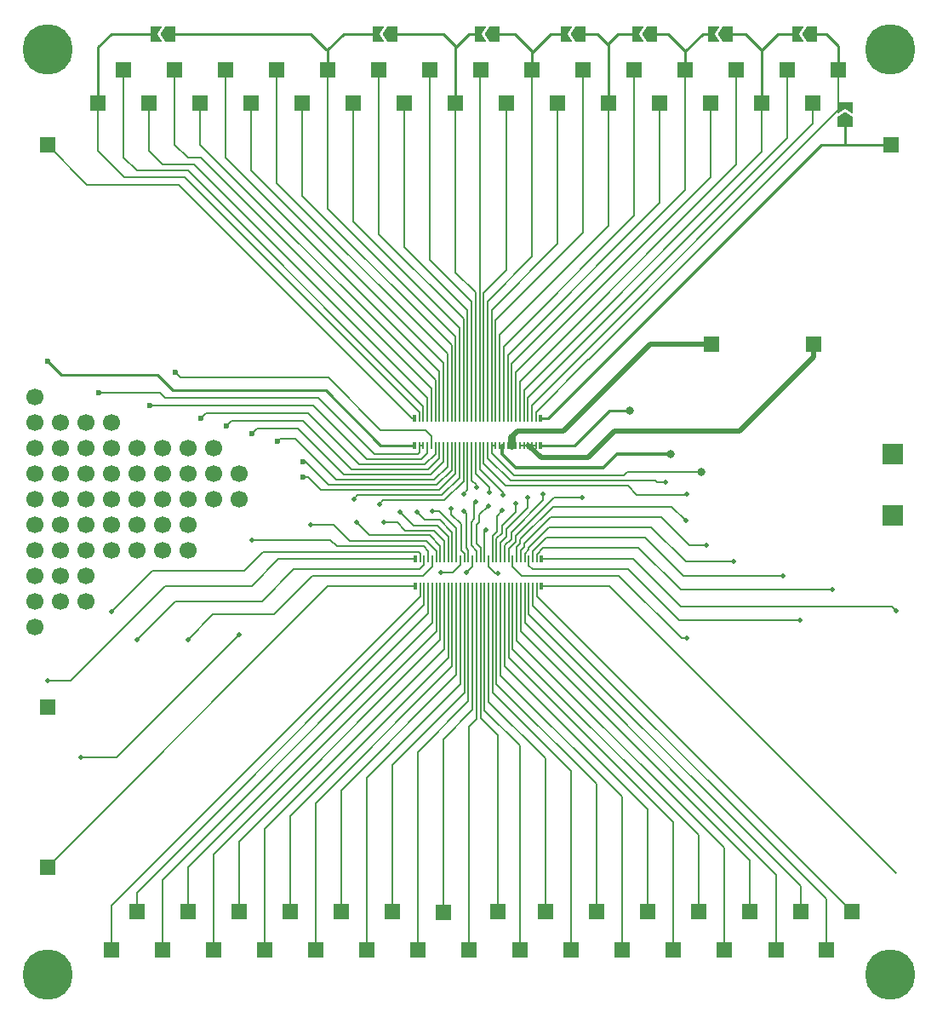
<source format=gbr>
%TF.GenerationSoftware,KiCad,Pcbnew,8.0.0*%
%TF.CreationDate,2024-03-15T19:34:49+09:00*%
%TF.ProjectId,ds_test_board3,64735f74-6573-4745-9f62-6f617264332e,rev?*%
%TF.SameCoordinates,Original*%
%TF.FileFunction,Copper,L2,Bot*%
%TF.FilePolarity,Positive*%
%FSLAX46Y46*%
G04 Gerber Fmt 4.6, Leading zero omitted, Abs format (unit mm)*
G04 Created by KiCad (PCBNEW 8.0.0) date 2024-03-15 19:34:49*
%MOMM*%
%LPD*%
G01*
G04 APERTURE LIST*
G04 Aperture macros list*
%AMFreePoly0*
4,1,6,1.000000,0.000000,0.500000,-0.750000,-0.500000,-0.750000,-0.500000,0.750000,0.500000,0.750000,1.000000,0.000000,1.000000,0.000000,$1*%
%AMFreePoly1*
4,1,6,0.500000,-0.750000,-0.650000,-0.750000,-0.150000,0.000000,-0.650000,0.750000,0.500000,0.750000,0.500000,-0.750000,0.500000,-0.750000,$1*%
G04 Aperture macros list end*
%TA.AperFunction,ComponentPad*%
%ADD10R,1.500000X1.500000*%
%TD*%
%TA.AperFunction,ComponentPad*%
%ADD11C,1.700000*%
%TD*%
%TA.AperFunction,ComponentPad*%
%ADD12C,2.900000*%
%TD*%
%TA.AperFunction,ConnectorPad*%
%ADD13C,5.000000*%
%TD*%
%TA.AperFunction,ComponentPad*%
%ADD14R,2.000000X2.000000*%
%TD*%
%TA.AperFunction,SMDPad,CuDef*%
%ADD15FreePoly0,180.000000*%
%TD*%
%TA.AperFunction,SMDPad,CuDef*%
%ADD16FreePoly1,180.000000*%
%TD*%
%TA.AperFunction,SMDPad,CuDef*%
%ADD17R,0.230000X0.660000*%
%TD*%
%TA.AperFunction,SMDPad,CuDef*%
%ADD18R,0.350000X0.660000*%
%TD*%
%TA.AperFunction,SMDPad,CuDef*%
%ADD19FreePoly0,90.000000*%
%TD*%
%TA.AperFunction,SMDPad,CuDef*%
%ADD20FreePoly1,90.000000*%
%TD*%
%TA.AperFunction,ViaPad*%
%ADD21C,0.500000*%
%TD*%
%TA.AperFunction,ViaPad*%
%ADD22C,0.600000*%
%TD*%
%TA.AperFunction,ViaPad*%
%ADD23C,0.800000*%
%TD*%
%TA.AperFunction,Conductor*%
%ADD24C,0.150000*%
%TD*%
%TA.AperFunction,Conductor*%
%ADD25C,0.300000*%
%TD*%
%TA.AperFunction,Conductor*%
%ADD26C,0.500000*%
%TD*%
%TA.AperFunction,Conductor*%
%ADD27C,0.200000*%
%TD*%
%TA.AperFunction,Conductor*%
%ADD28C,0.800000*%
%TD*%
%TA.AperFunction,Conductor*%
%ADD29C,0.250000*%
%TD*%
G04 APERTURE END LIST*
D10*
%TO.P,TP95,1,1*%
%TO.N,GND*%
X165100000Y-146710400D03*
%TD*%
%TO.P,TP35,1,1*%
%TO.N,+5V*%
X201930000Y-90297000D03*
%TD*%
%TO.P,TP37,1,1*%
%TO.N,+3V3*%
X191770000Y-90297000D03*
%TD*%
%TO.P,TP79,1,1*%
%TO.N,/IOT11B*%
X190500000Y-146685000D03*
%TD*%
%TO.P,TP69,1,1*%
%TO.N,/IOL14B*%
X203200000Y-150495000D03*
%TD*%
%TO.P,TP73,1,1*%
%TO.N,/IOL3B*%
X198247000Y-150495000D03*
%TD*%
%TO.P,TP81,1,1*%
%TO.N,/IOT11A*%
X187960000Y-150495000D03*
%TD*%
%TO.P,TP93,1,1*%
%TO.N,/IOT21A*%
X172720000Y-150495000D03*
%TD*%
%TO.P,TP83,1,1*%
%TO.N,/IOT15B*%
X185420000Y-146685000D03*
%TD*%
%TO.P,TP67,1,1*%
%TO.N,GND*%
X205740000Y-146685000D03*
%TD*%
%TO.P,TP95,1,1*%
%TO.N,/IOT23A*%
X167640000Y-150495000D03*
%TD*%
%TO.P,TP85,1,1*%
%TO.N,/IOT15A*%
X182880000Y-150495000D03*
%TD*%
%TO.P,TP91,1,1*%
%TO.N,/IOT21B*%
X175260000Y-146685000D03*
%TD*%
%TO.P,TP93,1,1*%
%TO.N,/IOT23B*%
X170561000Y-146685000D03*
%TD*%
%TO.P,TP87,1,1*%
%TO.N,/IOT19B*%
X180340000Y-146685000D03*
%TD*%
%TO.P,TP75,1,1*%
%TO.N,/IOL3A*%
X195580000Y-146685000D03*
%TD*%
%TO.P,TP89,1,1*%
%TO.N,/IOT19A*%
X177800000Y-150495000D03*
%TD*%
%TO.P,TP77,1,1*%
%TO.N,GND*%
X193040000Y-150495000D03*
%TD*%
%TO.P,TP71,1,1*%
%TO.N,/IOL14A*%
X200660000Y-146685000D03*
%TD*%
%TO.P,TP11,1,1*%
%TO.N,/M0_D2N*%
X179032000Y-62992000D03*
%TD*%
%TO.P,TP111,1,1*%
%TO.N,/IOT68A*%
X149860000Y-146685000D03*
%TD*%
%TO.P,TP117,1,1*%
%TO.N,/IOT63B*%
X142240000Y-150495000D03*
%TD*%
%TO.P,TP115,1,1*%
%TO.N,/IOT66A*%
X144780000Y-146685000D03*
%TD*%
%TO.P,TP113,1,1*%
%TO.N,/IOT66B*%
X147320000Y-150495000D03*
%TD*%
%TO.P,TP119,1,1*%
%TO.N,/IOT63A*%
X139700000Y-146685000D03*
%TD*%
%TO.P,TP10,1,1*%
%TO.N,GND*%
X181559200Y-66268600D03*
%TD*%
%TO.P,TP101,1,1*%
%TO.N,/VCCIO0{slash}1*%
X162560000Y-150495000D03*
%TD*%
%TO.P,TP107,1,1*%
%TO.N,/IOT72A*%
X154940000Y-146685000D03*
%TD*%
%TO.P,TP105,1,1*%
%TO.N,/IOT72B*%
X157480000Y-150495000D03*
%TD*%
%TO.P,TP109,1,1*%
%TO.N,/IOT68B*%
X152400000Y-150495000D03*
%TD*%
%TO.P,TP103,1,1*%
%TO.N,/VCCIO0{slash}1*%
X160020000Y-146685000D03*
%TD*%
%TO.P,TP125,1,1*%
%TO.N,GND*%
X132080000Y-150495000D03*
%TD*%
%TO.P,TP121,1,1*%
%TO.N,/IOT61B*%
X137160000Y-150495000D03*
%TD*%
%TO.P,TP12,1,1*%
%TO.N,/M0_D2P*%
X176479200Y-66268600D03*
%TD*%
%TO.P,TP127,1,1*%
%TO.N,Net-(J1-Pad62)*%
X125730000Y-126365000D03*
%TD*%
%TO.P,TP123,1,1*%
%TO.N,/IOT61A*%
X134620000Y-146685000D03*
%TD*%
%TO.P,TP128,1,1*%
%TO.N,Net-(J1-Pad61)*%
X125730000Y-142240000D03*
%TD*%
%TO.P,TP21,1,1*%
%TO.N,GND*%
X153632000Y-62992000D03*
%TD*%
%TO.P,TP19,1,1*%
%TO.N,/TMS*%
X158712000Y-62992000D03*
%TD*%
%TO.P,TP20,1,1*%
%TO.N,/TCK*%
X156159200Y-66268600D03*
%TD*%
%TO.P,TP17,1,1*%
%TO.N,/TDI*%
X163792000Y-62992000D03*
%TD*%
%TO.P,TP14,1,1*%
%TO.N,/M0_D3N*%
X171399200Y-66268600D03*
%TD*%
%TO.P,TP6,1,1*%
%TO.N,/M0_D1P*%
X191719200Y-66268600D03*
%TD*%
%TO.P,TP18,1,1*%
%TO.N,/TDO*%
X161239200Y-66268600D03*
%TD*%
%TO.P,TP1,1,1*%
%TO.N,GND*%
X204432000Y-62992000D03*
%TD*%
%TO.P,TP4,1,1*%
%TO.N,GND*%
X196799200Y-66268600D03*
%TD*%
%TO.P,TP23,1,1*%
%TO.N,/IOB12B*%
X148552000Y-62992000D03*
%TD*%
%TO.P,TP5,1,1*%
%TO.N,/M0_D1N*%
X194272000Y-62992000D03*
%TD*%
%TO.P,TP16,1,1*%
%TO.N,GND*%
X166319200Y-66268600D03*
%TD*%
%TO.P,TP7,1,1*%
%TO.N,GND*%
X189192000Y-62992000D03*
%TD*%
%TO.P,TP2,1,1*%
%TO.N,/M0_D0N*%
X201879200Y-66268600D03*
%TD*%
%TO.P,TP28,1,1*%
%TO.N,/IOB4B*%
X135839200Y-66268600D03*
%TD*%
%TO.P,TP15,1,1*%
%TO.N,/M0_D3P*%
X168872000Y-62992000D03*
%TD*%
%TO.P,TP9,1,1*%
%TO.N,/M0_CKP*%
X184112000Y-62992000D03*
%TD*%
%TO.P,TP8,1,1*%
%TO.N,/M0_CKN*%
X186639200Y-66268600D03*
%TD*%
%TO.P,TP22,1,1*%
%TO.N,/IOB14B*%
X151079200Y-66268600D03*
%TD*%
%TO.P,TP29,1,1*%
%TO.N,/IOB4A*%
X133312000Y-62992000D03*
%TD*%
%TO.P,TP30,1,1*%
%TO.N,GND*%
X130759200Y-66268600D03*
%TD*%
%TO.P,TP27,1,1*%
%TO.N,/IOB26A*%
X138392000Y-62992000D03*
%TD*%
%TO.P,TP63,1,1*%
%TO.N,GND*%
X209677000Y-70485000D03*
%TD*%
%TO.P,TP25,1,1*%
%TO.N,/IOB24A*%
X143472000Y-62992000D03*
%TD*%
%TO.P,TP24,1,1*%
%TO.N,/RECONFIG*%
X145999200Y-66268600D03*
%TD*%
%TO.P,TP26,1,1*%
%TO.N,/IOB26B*%
X140919200Y-66268600D03*
%TD*%
%TO.P,TP3,1,1*%
%TO.N,/M0_D0P*%
X199352000Y-62992000D03*
%TD*%
%TO.P,TP61,1,1*%
%TO.N,GND*%
X125730000Y-70485000D03*
%TD*%
%TO.P,TP13,1,1*%
%TO.N,GND*%
X173952000Y-62992000D03*
%TD*%
D11*
%TO.P,REF\u002A\u002A,1*%
%TO.N,N/C*%
X137160000Y-105664000D03*
%TD*%
%TO.P,REF\u002A\u002A,1*%
%TO.N,N/C*%
X127000000Y-110744000D03*
%TD*%
D12*
%TO.P,REF\u002A\u002A,1*%
%TO.N,N/C*%
X125730000Y-60960000D03*
D13*
X125730000Y-60960000D03*
%TD*%
D11*
%TO.P,REF\u002A\u002A,1*%
%TO.N,N/C*%
X144780000Y-105664000D03*
%TD*%
%TO.P,REF\u002A\u002A,1*%
%TO.N,N/C*%
X132080000Y-110744000D03*
%TD*%
%TO.P,REF\u002A\u002A,1*%
%TO.N,N/C*%
X129540000Y-98044000D03*
%TD*%
%TO.P,REF\u002A\u002A,1*%
%TO.N,N/C*%
X129540000Y-113284000D03*
%TD*%
%TO.P,REF\u002A\u002A,1*%
%TO.N,N/C*%
X139700000Y-100584000D03*
%TD*%
%TO.P,REF\u002A\u002A,1*%
%TO.N,N/C*%
X132080000Y-103124000D03*
%TD*%
%TO.P,REF\u002A\u002A,1*%
%TO.N,N/C*%
X124460000Y-113284000D03*
%TD*%
%TO.P,REF\u002A\u002A,1*%
%TO.N,N/C*%
X127000000Y-108204000D03*
%TD*%
%TO.P,REF\u002A\u002A,1*%
%TO.N,N/C*%
X124460000Y-110744000D03*
%TD*%
%TO.P,REF\u002A\u002A,1*%
%TO.N,N/C*%
X124460000Y-100584000D03*
%TD*%
D14*
%TO.P,REF\u002A\u002A,1*%
%TO.N,+2V5*%
X209804000Y-101219000D03*
%TD*%
D11*
%TO.P,REF\u002A\u002A,1*%
%TO.N,N/C*%
X124460000Y-115824000D03*
%TD*%
%TO.P,REF\u002A\u002A,1*%
%TO.N,N/C*%
X132080000Y-100584000D03*
%TD*%
D12*
%TO.P,REF\u002A\u002A,1*%
%TO.N,N/C*%
X125730000Y-152908000D03*
D13*
X125730000Y-152908000D03*
%TD*%
D11*
%TO.P,REF\u002A\u002A,1*%
%TO.N,N/C*%
X134620000Y-100584000D03*
%TD*%
%TO.P,REF\u002A\u002A,1*%
%TO.N,N/C*%
X124460000Y-95504000D03*
%TD*%
%TO.P,REF\u002A\u002A,1*%
%TO.N,N/C*%
X127000000Y-115824000D03*
%TD*%
%TO.P,REF\u002A\u002A,1*%
%TO.N,N/C*%
X129540000Y-108204000D03*
%TD*%
%TO.P,REF\u002A\u002A,1*%
%TO.N,N/C*%
X139700000Y-108204000D03*
%TD*%
%TO.P,REF\u002A\u002A,1*%
%TO.N,N/C*%
X137160000Y-103124000D03*
%TD*%
D12*
%TO.P,REF\u002A\u002A,1*%
%TO.N,N/C*%
X209550000Y-60960000D03*
D13*
X209550000Y-60960000D03*
%TD*%
D12*
%TO.P,REF\u002A\u002A,1*%
%TO.N,N/C*%
X209550000Y-152908000D03*
D13*
X209550000Y-152908000D03*
%TD*%
D11*
%TO.P,REF\u002A\u002A,1*%
%TO.N,N/C*%
X124460000Y-105664000D03*
%TD*%
D14*
%TO.P,REF\u002A\u002A,1*%
%TO.N,/VDD_1V8*%
X209804000Y-107315000D03*
%TD*%
D11*
%TO.P,REF\u002A\u002A,1*%
%TO.N,N/C*%
X134620000Y-110744000D03*
%TD*%
%TO.P,REF\u002A\u002A,1*%
%TO.N,N/C*%
X127000000Y-98044000D03*
%TD*%
%TO.P,REF\u002A\u002A,1*%
%TO.N,N/C*%
X144780000Y-103124000D03*
%TD*%
%TO.P,REF\u002A\u002A,1*%
%TO.N,N/C*%
X127000000Y-103124000D03*
%TD*%
%TO.P,REF\u002A\u002A,1*%
%TO.N,N/C*%
X132080000Y-105664000D03*
%TD*%
%TO.P,REF\u002A\u002A,1*%
%TO.N,N/C*%
X142240000Y-103124000D03*
%TD*%
%TO.P,REF\u002A\u002A,1*%
%TO.N,N/C*%
X124460000Y-103124000D03*
%TD*%
%TO.P,REF\u002A\u002A,1*%
%TO.N,N/C*%
X129540000Y-105664000D03*
%TD*%
%TO.P,REF\u002A\u002A,1*%
%TO.N,N/C*%
X129540000Y-103124000D03*
%TD*%
%TO.P,REF\u002A\u002A,1*%
%TO.N,N/C*%
X137160000Y-108204000D03*
%TD*%
%TO.P,REF\u002A\u002A,1*%
%TO.N,N/C*%
X137160000Y-100584000D03*
%TD*%
%TO.P,REF\u002A\u002A,1*%
%TO.N,N/C*%
X132080000Y-108204000D03*
%TD*%
%TO.P,REF\u002A\u002A,1*%
%TO.N,N/C*%
X139700000Y-103124000D03*
%TD*%
%TO.P,REF\u002A\u002A,1*%
%TO.N,N/C*%
X129540000Y-110744000D03*
%TD*%
%TO.P,REF\u002A\u002A,1*%
%TO.N,N/C*%
X129540000Y-115824000D03*
%TD*%
%TO.P,REF\u002A\u002A,1*%
%TO.N,N/C*%
X127000000Y-100584000D03*
%TD*%
%TO.P,REF\u002A\u002A,1*%
%TO.N,N/C*%
X137160000Y-110744000D03*
%TD*%
%TO.P,REF\u002A\u002A,1*%
%TO.N,N/C*%
X134620000Y-105664000D03*
%TD*%
%TO.P,REF\u002A\u002A,1*%
%TO.N,N/C*%
X134620000Y-103124000D03*
%TD*%
%TO.P,REF\u002A\u002A,1*%
%TO.N,N/C*%
X127000000Y-105664000D03*
%TD*%
%TO.P,REF\u002A\u002A,1*%
%TO.N,N/C*%
X142240000Y-100584000D03*
%TD*%
%TO.P,REF\u002A\u002A,1*%
%TO.N,N/C*%
X139700000Y-105664000D03*
%TD*%
%TO.P,REF\u002A\u002A,1*%
%TO.N,N/C*%
X132080000Y-98044000D03*
%TD*%
%TO.P,REF\u002A\u002A,1*%
%TO.N,N/C*%
X134620000Y-108204000D03*
%TD*%
%TO.P,REF\u002A\u002A,1*%
%TO.N,N/C*%
X124460000Y-118364000D03*
%TD*%
%TO.P,REF\u002A\u002A,1*%
%TO.N,N/C*%
X124460000Y-108204000D03*
%TD*%
%TO.P,REF\u002A\u002A,1*%
%TO.N,N/C*%
X127000000Y-113284000D03*
%TD*%
%TO.P,REF\u002A\u002A,1*%
%TO.N,N/C*%
X129540000Y-100584000D03*
%TD*%
%TO.P,REF\u002A\u002A,1*%
%TO.N,N/C*%
X142240000Y-105664000D03*
%TD*%
%TO.P,REF\u002A\u002A,1*%
%TO.N,N/C*%
X139700000Y-110744000D03*
%TD*%
%TO.P,REF\u002A\u002A,1*%
%TO.N,N/C*%
X124460000Y-98044000D03*
%TD*%
D15*
%TO.P,REF\u002A\u002A,1*%
%TO.N,GND*%
X170180000Y-59436000D03*
D16*
%TO.P,REF\u002A\u002A,2*%
X168730000Y-59436000D03*
%TD*%
D15*
%TO.P,REF\u002A\u002A,1*%
%TO.N,GND*%
X160020000Y-59436000D03*
D16*
%TO.P,REF\u002A\u002A,2*%
X158570000Y-59436000D03*
%TD*%
D15*
%TO.P,REF\u002A\u002A,1*%
%TO.N,GND*%
X137922000Y-59436000D03*
D16*
%TO.P,REF\u002A\u002A,2*%
X136472000Y-59436000D03*
%TD*%
D15*
%TO.P,REF\u002A\u002A,1*%
%TO.N,GND*%
X193384000Y-59436000D03*
D16*
%TO.P,REF\u002A\u002A,2*%
X191934000Y-59436000D03*
%TD*%
D15*
%TO.P,REF\u002A\u002A,1*%
%TO.N,GND*%
X185891000Y-59436000D03*
D16*
%TO.P,REF\u002A\u002A,2*%
X184441000Y-59436000D03*
%TD*%
D17*
%TO.P,J1,1,1*%
%TO.N,GND*%
X162808000Y-111620000D03*
%TO.P,J1,2,2*%
X162808000Y-114330000D03*
%TO.P,J1,3,3*%
%TO.N,IOT31A*%
X163208000Y-111620000D03*
%TO.P,J1,4,4*%
%TO.N,/IOT61A*%
X163208000Y-114330000D03*
%TO.P,J1,5,5*%
%TO.N,IOT31B*%
X163608000Y-111620000D03*
%TO.P,J1,6,6*%
%TO.N,/IOT61B*%
X163608000Y-114330000D03*
%TO.P,J1,7,7*%
%TO.N,IOT56A*%
X164008000Y-111620000D03*
%TO.P,J1,8,8*%
%TO.N,/IOT63A*%
X164008000Y-114330000D03*
%TO.P,J1,9,9*%
%TO.N,IOT56B*%
X164408000Y-111620000D03*
%TO.P,J1,10,10*%
%TO.N,/IOT63B*%
X164408000Y-114330000D03*
%TO.P,J1,11,11*%
%TO.N,/IOT58A*%
X164808000Y-111620000D03*
%TO.P,J1,12,12*%
%TO.N,/IOT66A*%
X164808000Y-114330000D03*
%TO.P,J1,13,13*%
%TO.N,/IOT58B*%
X165208000Y-111620000D03*
%TO.P,J1,14,14*%
%TO.N,/IOT66B*%
X165208000Y-114330000D03*
%TO.P,J1,15,15*%
%TO.N,GND*%
X165608000Y-111620000D03*
%TO.P,J1,16,16*%
%TO.N,/IOT68A*%
X165608000Y-114330000D03*
%TO.P,J1,17,17*%
%TO.N,/READY*%
X166008000Y-111620000D03*
%TO.P,J1,18,18*%
%TO.N,/IOT68B*%
X166008000Y-114330000D03*
%TO.P,J1,19,19*%
%TO.N,/IOB56A*%
X166408000Y-111620000D03*
%TO.P,J1,20,20*%
%TO.N,/IOT72A*%
X166408000Y-114330000D03*
%TO.P,J1,21,21*%
%TO.N,/IOB56B*%
X166808000Y-111620000D03*
%TO.P,J1,22,22*%
%TO.N,/IOT72B*%
X166808000Y-114330000D03*
%TO.P,J1,23,23*%
%TO.N,/IOB60A*%
X167208000Y-111620000D03*
%TO.P,J1,24,24*%
%TO.N,/VCCIO0{slash}1*%
X167208000Y-114330000D03*
%TO.P,J1,25,25*%
%TO.N,/DONE*%
X167608000Y-111620000D03*
%TO.P,J1,26,26*%
%TO.N,/VCCIO0{slash}1*%
X167608000Y-114330000D03*
%TO.P,J1,27,27*%
%TO.N,GND*%
X168008000Y-111620000D03*
%TO.P,J1,28,28*%
X168008000Y-114330000D03*
%TO.P,J1,29,29*%
%TO.N,/VCCIO6{slash}7*%
X168408000Y-111620000D03*
%TO.P,J1,30,30*%
%TO.N,/IOT23A*%
X168408000Y-114330000D03*
%TO.P,J1,31,31*%
%TO.N,/VCCIO6{slash}7*%
X168808000Y-111620000D03*
%TO.P,J1,32,32*%
%TO.N,/IOT23B*%
X168808000Y-114330000D03*
%TO.P,J1,33,33*%
%TO.N,/IOT1A*%
X169208000Y-111620000D03*
%TO.P,J1,34,34*%
%TO.N,/IOT21A*%
X169208000Y-114330000D03*
%TO.P,J1,35,35*%
%TO.N,/IOT1B*%
X169608000Y-111620000D03*
%TO.P,J1,36,36*%
%TO.N,/IOT21B*%
X169608000Y-114330000D03*
%TO.P,J1,37,37*%
%TO.N,/IOT3A*%
X170008000Y-111620000D03*
%TO.P,J1,38,38*%
%TO.N,/IOT19A*%
X170008000Y-114330000D03*
%TO.P,J1,39,39*%
%TO.N,/IOT3B*%
X170408000Y-111620000D03*
%TO.P,J1,40,40*%
%TO.N,/IOT19B*%
X170408000Y-114330000D03*
%TO.P,J1,41,41*%
%TO.N,/IOT7A*%
X170808000Y-111620000D03*
%TO.P,J1,42,42*%
%TO.N,/IOT15A*%
X170808000Y-114330000D03*
%TO.P,J1,43,43*%
%TO.N,/IOT7B*%
X171208000Y-111620000D03*
%TO.P,J1,44,44*%
%TO.N,/IOT15B*%
X171208000Y-114330000D03*
%TO.P,J1,45,45*%
%TO.N,GND*%
X171608000Y-111620000D03*
%TO.P,J1,46,46*%
%TO.N,/IOT11A*%
X171608000Y-114330000D03*
%TO.P,J1,47,47*%
%TO.N,/IOL9A*%
X172008000Y-111620000D03*
%TO.P,J1,48,48*%
%TO.N,/IOT11B*%
X172008000Y-114330000D03*
%TO.P,J1,49,49*%
%TO.N,/IOL9B*%
X172408000Y-111620000D03*
%TO.P,J1,50,50*%
%TO.N,GND*%
X172408000Y-114330000D03*
%TO.P,J1,51,51*%
%TO.N,/IOL5A*%
X172808000Y-111620000D03*
%TO.P,J1,52,52*%
%TO.N,/IOL3A*%
X172808000Y-114330000D03*
%TO.P,J1,53,53*%
%TO.N,/IOL5B*%
X173208000Y-111620000D03*
%TO.P,J1,54,54*%
%TO.N,/IOL3B*%
X173208000Y-114330000D03*
%TO.P,J1,55,55*%
%TO.N,/IOL12A*%
X173608000Y-111620000D03*
%TO.P,J1,56,56*%
%TO.N,/IOL14A*%
X173608000Y-114330000D03*
%TO.P,J1,57,57*%
%TO.N,/IOL12B*%
X174008000Y-111620000D03*
%TO.P,J1,58,58*%
%TO.N,/IOL14B*%
X174008000Y-114330000D03*
%TO.P,J1,59,59*%
%TO.N,GND*%
X174408000Y-111620000D03*
%TO.P,J1,60,60*%
X174408000Y-114330000D03*
D18*
%TO.P,J1,61,61*%
%TO.N,Net-(J1-Pad61)*%
X162333000Y-114330000D03*
%TO.P,J1,62,62*%
%TO.N,Net-(J1-Pad62)*%
X162333000Y-111620000D03*
%TO.P,J1,63,63*%
%TO.N,Net-(J1-Pad63)*%
X174883000Y-111620000D03*
%TO.P,J1,64,64*%
%TO.N,Net-(J1-Pad64)*%
X174883000Y-114330000D03*
%TD*%
D17*
%TO.P,J2,1,1*%
%TO.N,GND*%
X162726000Y-97620000D03*
%TO.P,J2,2,2*%
%TO.N,/VCCIO2{slash}3*%
X162726000Y-100330000D03*
%TO.P,J2,3,3*%
%TO.N,/IOB4A*%
X163126000Y-97620000D03*
%TO.P,J2,4,4*%
%TO.N,/VCCIO2{slash}3*%
X163126000Y-100330000D03*
%TO.P,J2,5,5*%
%TO.N,/IOB4B*%
X163526000Y-97620000D03*
%TO.P,J2,6,6*%
%TO.N,/IOR18A*%
X163526000Y-100330000D03*
%TO.P,J2,7,7*%
%TO.N,/IOB26A*%
X163926000Y-97620000D03*
%TO.P,J2,8,8*%
%TO.N,/IOR18B*%
X163926000Y-100330000D03*
%TO.P,J2,9,9*%
%TO.N,/IOB26B*%
X164326000Y-97620000D03*
%TO.P,J2,10,10*%
%TO.N,/IOR20A*%
X164326000Y-100330000D03*
%TO.P,J2,11,11*%
%TO.N,/IOB24A*%
X164726000Y-97620000D03*
%TO.P,J2,12,12*%
%TO.N,/IOR20B*%
X164726000Y-100330000D03*
%TO.P,J2,13,13*%
%TO.N,/RECONFIG*%
X165126000Y-97620000D03*
%TO.P,J2,14,14*%
%TO.N,/IOR22A*%
X165126000Y-100330000D03*
%TO.P,J2,15,15*%
%TO.N,/IOB12B*%
X165526000Y-97620000D03*
%TO.P,J2,16,16*%
%TO.N,/IOR22B*%
X165526000Y-100330000D03*
%TO.P,J2,17,17*%
%TO.N,/IOB14B*%
X165926000Y-97620000D03*
%TO.P,J2,18,18*%
%TO.N,/IOR24A*%
X165926000Y-100330000D03*
%TO.P,J2,19,19*%
%TO.N,GND*%
X166326000Y-97620000D03*
%TO.P,J2,20,20*%
%TO.N,/IOR24B*%
X166326000Y-100330000D03*
%TO.P,J2,21,21*%
%TO.N,/TCK*%
X166726000Y-97620000D03*
%TO.P,J2,22,22*%
%TO.N,/IOR31A*%
X166726000Y-100330000D03*
%TO.P,J2,23,23*%
%TO.N,/TMS*%
X167126000Y-97620000D03*
%TO.P,J2,24,24*%
%TO.N,/IOR31B*%
X167126000Y-100330000D03*
%TO.P,J2,25,25*%
%TO.N,/TDO*%
X167526000Y-97620000D03*
%TO.P,J2,26,26*%
%TO.N,/IOR33A*%
X167526000Y-100330000D03*
%TO.P,J2,27,27*%
%TO.N,/TDI*%
X167926000Y-97620000D03*
%TO.P,J2,28,28*%
%TO.N,/IOR33B*%
X167926000Y-100330000D03*
%TO.P,J2,29,29*%
%TO.N,GND*%
X168326000Y-97620000D03*
%TO.P,J2,30,30*%
%TO.N,/IOB89A*%
X168326000Y-100330000D03*
%TO.P,J2,31,31*%
%TO.N,/M0_D3P*%
X168726000Y-97620000D03*
%TO.P,J2,32,32*%
%TO.N,/IOB89B*%
X168726000Y-100330000D03*
%TO.P,J2,33,33*%
%TO.N,/M0_D3N*%
X169126000Y-97620000D03*
%TO.P,J2,34,34*%
%TO.N,/IOB91A*%
X169126000Y-100330000D03*
%TO.P,J2,35,35*%
%TO.N,GND*%
X169526000Y-97620000D03*
%TO.P,J2,36,36*%
%TO.N,/IOB91B*%
X169526000Y-100330000D03*
%TO.P,J2,37,37*%
%TO.N,/M0_D2P*%
X169926000Y-97620000D03*
%TO.P,J2,38,38*%
%TO.N,/VDD_1V8*%
X169926000Y-100330000D03*
%TO.P,J2,39,39*%
%TO.N,/M0_D2N*%
X170326000Y-97620000D03*
%TO.P,J2,40,40*%
%TO.N,/VDD_1V8*%
X170326000Y-100330000D03*
%TO.P,J2,41,41*%
%TO.N,GND*%
X170726000Y-97620000D03*
%TO.P,J2,42,42*%
%TO.N,+2V5*%
X170726000Y-100330000D03*
%TO.P,J2,43,43*%
%TO.N,/M0_CKP*%
X171126000Y-97620000D03*
%TO.P,J2,44,44*%
%TO.N,+2V5*%
X171126000Y-100330000D03*
%TO.P,J2,45,45*%
%TO.N,/M0_CKN*%
X171526000Y-97620000D03*
%TO.P,J2,46,46*%
%TO.N,+3V3*%
X171526000Y-100330000D03*
%TO.P,J2,47,47*%
%TO.N,GND*%
X171926000Y-97620000D03*
%TO.P,J2,48,48*%
%TO.N,+3V3*%
X171926000Y-100330000D03*
%TO.P,J2,49,49*%
%TO.N,/M0_D1P*%
X172326000Y-97620000D03*
%TO.P,J2,50,50*%
%TO.N,+3V3*%
X172326000Y-100330000D03*
%TO.P,J2,51,51*%
%TO.N,/M0_D1N*%
X172726000Y-97620000D03*
%TO.P,J2,52,52*%
%TO.N,+5V*%
X172726000Y-100330000D03*
%TO.P,J2,53,53*%
%TO.N,GND*%
X173126000Y-97620000D03*
%TO.P,J2,54,54*%
%TO.N,+5V*%
X173126000Y-100330000D03*
%TO.P,J2,55,55*%
%TO.N,/M0_D0P*%
X173526000Y-97620000D03*
%TO.P,J2,56,56*%
%TO.N,+5V*%
X173526000Y-100330000D03*
%TO.P,J2,57,57*%
%TO.N,/M0_D0N*%
X173926000Y-97620000D03*
%TO.P,J2,58,58*%
%TO.N,+5V*%
X173926000Y-100330000D03*
%TO.P,J2,59,59*%
%TO.N,GND*%
X174326000Y-97620000D03*
%TO.P,J2,60,60*%
%TO.N,+5V*%
X174326000Y-100330000D03*
D18*
%TO.P,J2,61,61*%
%TO.N,GND*%
X162251000Y-100330000D03*
%TO.P,J2,62,62*%
X162251000Y-97620000D03*
%TO.P,J2,63,63*%
X174801000Y-97620000D03*
%TO.P,J2,64,64*%
X174801000Y-100330000D03*
%TD*%
D15*
%TO.P,REF\u002A\u002A,1*%
%TO.N,GND*%
X178742000Y-59436000D03*
D16*
%TO.P,REF\u002A\u002A,2*%
X177292000Y-59436000D03*
%TD*%
D19*
%TO.P,REF\u002A\u002A,1*%
%TO.N,GND*%
X205105000Y-68162000D03*
D20*
%TO.P,REF\u002A\u002A,2*%
X205105000Y-66712000D03*
%TD*%
D15*
%TO.P,REF\u002A\u002A,1*%
%TO.N,GND*%
X201766000Y-59436000D03*
D16*
%TO.P,REF\u002A\u002A,2*%
X200316000Y-59436000D03*
%TD*%
D21*
%TO.N,/IOT1A*%
X169367200Y-108712000D03*
%TO.N,/IOT1B*%
X170561000Y-113030000D03*
%TO.N,/IOT3A*%
X170992800Y-106781600D03*
D22*
%TO.N,/VCCIO2{slash}3*%
X130810000Y-95123000D03*
%TO.N,/IOR18A*%
X135890000Y-96393000D03*
%TO.N,/IOR18B*%
X138430000Y-93091000D03*
%TO.N,/IOR20A*%
X140970000Y-97663000D03*
%TO.N,/IOR20B*%
X143510000Y-98425000D03*
%TO.N,/IOR22A*%
X146050000Y-99187000D03*
%TO.N,/IOR22B*%
X148590000Y-99949000D03*
%TO.N,/IOR24A*%
X151130000Y-101981000D03*
%TO.N,/IOR24B*%
X151130000Y-103505000D03*
D21*
%TO.N,IOT31A*%
X134620000Y-119634000D03*
%TO.N,/IOR31A*%
X156210000Y-105664000D03*
%TO.N,IOT31B*%
X146050000Y-109728000D03*
%TO.N,/IOR31B*%
X158750000Y-106172000D03*
%TO.N,/IOR33A*%
X167132000Y-105156000D03*
%TO.N,/IOR33B*%
X168402000Y-104521000D03*
%TO.N,/IOB89A*%
X169672000Y-105029000D03*
%TO.N,/IOB89B*%
X171069000Y-105283000D03*
%TO.N,/IOB91A*%
X189331600Y-105206800D03*
%TO.N,/IOB91B*%
X187198000Y-104013000D03*
D23*
%TO.N,/VDD_1V8*%
X190754000Y-102997000D03*
%TO.N,+2V5*%
X187706000Y-101219000D03*
D21*
%TO.N,Net-(J1-Pad63)*%
X210185000Y-116738400D03*
%TO.N,Net-(J1-Pad62)*%
X125730000Y-123698000D03*
%TO.N,GND*%
X203771500Y-114617500D03*
X167386000Y-112953800D03*
D23*
X183642000Y-96901000D03*
D21*
X178943000Y-105537000D03*
D22*
X125730000Y-91948000D03*
D21*
X132080000Y-116840000D03*
X160782000Y-106934000D03*
%TO.N,/IOT58A*%
X156464000Y-107950000D03*
X129032000Y-131318000D03*
X144780000Y-119126000D03*
%TO.N,/IOT58B*%
X159156400Y-107975400D03*
%TO.N,/READY*%
X162509200Y-106984800D03*
%TO.N,IOT56A*%
X139700000Y-119634000D03*
%TO.N,/IOB56A*%
X164033200Y-106832400D03*
%TO.N,IOT56B*%
X151892000Y-108204000D03*
%TO.N,/IOB56B*%
X164896800Y-112953800D03*
%TO.N,/IOB60A*%
X165887400Y-106603800D03*
%TO.N,/DONE*%
X167182800Y-106883200D03*
%TO.N,/VCCIO6{slash}7*%
X169570400Y-106324400D03*
X168300400Y-105918000D03*
%TO.N,/IOT3B*%
X172313600Y-106121200D03*
%TO.N,/IOT7A*%
X173532800Y-105511600D03*
%TO.N,/IOT7B*%
X175056800Y-105206800D03*
%TO.N,/IOL9A*%
X189357000Y-119507000D03*
%TO.N,/IOL9B*%
X189230000Y-107823000D03*
%TO.N,/IOL5A*%
X191262000Y-110236000D03*
%TO.N,/IOL5B*%
X193992500Y-111823500D03*
%TO.N,/IOL12A*%
X200609200Y-117729000D03*
%TO.N,/IOL12B*%
X198882000Y-113284000D03*
%TD*%
D24*
%TO.N,/IOB91B*%
X169526000Y-101581000D02*
X169526000Y-100330000D01*
X171780200Y-103835200D02*
X169526000Y-101581000D01*
X186410600Y-104013000D02*
X186232800Y-103835200D01*
X187198000Y-104013000D02*
X186410600Y-104013000D01*
X186232800Y-103835200D02*
X171780200Y-103835200D01*
%TO.N,/IOB91A*%
X169126000Y-102133500D02*
X169126000Y-100330000D01*
X171335700Y-104343200D02*
X169126000Y-102133500D01*
X183464200Y-104343200D02*
X171335700Y-104343200D01*
X184378600Y-105257600D02*
X183464200Y-104343200D01*
X189280800Y-105257600D02*
X184378600Y-105257600D01*
X189331600Y-105206800D02*
X189280800Y-105257600D01*
%TO.N,/IOT1A*%
X169208000Y-108871200D02*
X169208000Y-111620000D01*
X169367200Y-108712000D02*
X169208000Y-108871200D01*
%TO.N,/IOT3A*%
X170434000Y-108864400D02*
X170008000Y-109290400D01*
X170008000Y-109290400D02*
X170008000Y-111620000D01*
X170434000Y-107340400D02*
X170434000Y-108864400D01*
X170992800Y-106781600D02*
X170434000Y-107340400D01*
%TO.N,/IOT3B*%
X170942000Y-108305600D02*
X170942000Y-109067600D01*
X170942000Y-109067600D02*
X170408000Y-109601600D01*
X170408000Y-109601600D02*
X170408000Y-111620000D01*
X172313600Y-106934000D02*
X170942000Y-108305600D01*
X172313600Y-106121200D02*
X172313600Y-106934000D01*
%TO.N,/IOT7A*%
X171399200Y-109372400D02*
X170808000Y-109963600D01*
X170808000Y-109963600D02*
X170808000Y-111620000D01*
X173532800Y-106527600D02*
X171399200Y-108661200D01*
X173532800Y-105511600D02*
X173532800Y-106527600D01*
X171399200Y-108661200D02*
X171399200Y-109372400D01*
%TO.N,/IOT7B*%
X171208000Y-110274800D02*
X171208000Y-111620000D01*
X171856400Y-109626400D02*
X171208000Y-110274800D01*
X171856400Y-108966000D02*
X171856400Y-109626400D01*
X175056800Y-105765600D02*
X171856400Y-108966000D01*
X175056800Y-105206800D02*
X175056800Y-105765600D01*
%TO.N,GND*%
X176098200Y-105537000D02*
X178943000Y-105537000D01*
X172313600Y-109321600D02*
X176098200Y-105537000D01*
X171608000Y-110586000D02*
X172313600Y-109880400D01*
X171608000Y-111620000D02*
X171608000Y-110586000D01*
X172313600Y-109880400D02*
X172313600Y-109321600D01*
%TO.N,/VCCIO6{slash}7*%
X168402000Y-108254800D02*
X168656000Y-108000800D01*
X168402000Y-110083600D02*
X168402000Y-108254800D01*
X168808000Y-110489600D02*
X168402000Y-110083600D01*
X168656000Y-108000800D02*
X168656000Y-107238800D01*
X168808000Y-111620000D02*
X168808000Y-110489600D01*
X168656000Y-107238800D02*
X169570400Y-106324400D01*
X168408000Y-110800800D02*
X168408000Y-111620000D01*
X167894000Y-110286800D02*
X168408000Y-110800800D01*
X168198800Y-107645200D02*
X167894000Y-107950000D01*
X168198800Y-106019600D02*
X168198800Y-107645200D01*
X167894000Y-107950000D02*
X167894000Y-110286800D01*
X168300400Y-105918000D02*
X168198800Y-106019600D01*
%TO.N,/IOB60A*%
X166878000Y-108153200D02*
X166878000Y-110744000D01*
X165887400Y-107162600D02*
X166878000Y-108153200D01*
X165887400Y-106603800D02*
X165887400Y-107162600D01*
X167208000Y-111074000D02*
X167208000Y-111620000D01*
X166878000Y-110744000D02*
X167208000Y-111074000D01*
%TO.N,/DONE*%
X167386000Y-110540800D02*
X167608000Y-110762800D01*
X167386000Y-107086400D02*
X167386000Y-110540800D01*
X167182800Y-106883200D02*
X167386000Y-107086400D01*
X167608000Y-110762800D02*
X167608000Y-111620000D01*
%TO.N,/VDD_1V8*%
X169926000Y-101092000D02*
X169926000Y-100330000D01*
X172110400Y-103276400D02*
X169926000Y-101092000D01*
X183108600Y-103276400D02*
X172110400Y-103276400D01*
X183388000Y-102997000D02*
X183108600Y-103276400D01*
D25*
%TO.N,+2V5*%
X172288200Y-102565200D02*
X170942000Y-101219000D01*
X181025800Y-102565200D02*
X172288200Y-102565200D01*
X170942000Y-101219000D02*
X170942000Y-100330000D01*
X182372000Y-101219000D02*
X181025800Y-102565200D01*
X187706000Y-101219000D02*
X182372000Y-101219000D01*
D26*
%TO.N,+5V*%
X201930000Y-91567000D02*
X201930000Y-90297000D01*
X182118000Y-98933000D02*
X194564000Y-98933000D01*
X194564000Y-98933000D02*
X201930000Y-91567000D01*
X174828200Y-101549200D02*
X179501800Y-101549200D01*
X179501800Y-101549200D02*
X182118000Y-98933000D01*
X173526000Y-100330000D02*
X173609000Y-100330000D01*
X173609000Y-100330000D02*
X174828200Y-101549200D01*
D24*
%TO.N,/READY*%
X166008000Y-108946900D02*
X166008000Y-111620000D01*
X164782500Y-107721400D02*
X166008000Y-108946900D01*
X163245800Y-107721400D02*
X164782500Y-107721400D01*
X162509200Y-106984800D02*
X163245800Y-107721400D01*
%TO.N,GND*%
X164515800Y-108280200D02*
X165608000Y-109372400D01*
X165608000Y-109372400D02*
X165608000Y-111620000D01*
X162128200Y-108280200D02*
X164515800Y-108280200D01*
X160782000Y-106934000D02*
X162128200Y-108280200D01*
%TO.N,/IOT58B*%
X164160200Y-108788200D02*
X165208000Y-109836000D01*
X161327774Y-108788200D02*
X164160200Y-108788200D01*
X160514974Y-107975400D02*
X161327774Y-108788200D01*
X159156400Y-107975400D02*
X160514974Y-107975400D01*
X165208000Y-109836000D02*
X165208000Y-111620000D01*
%TO.N,/IOT58A*%
X164808000Y-110299600D02*
X164808000Y-111620000D01*
X163753800Y-109245400D02*
X164808000Y-110299600D01*
X157759400Y-109245400D02*
X163753800Y-109245400D01*
X156464000Y-107950000D02*
X157759400Y-109245400D01*
%TO.N,IOT56B*%
X164408000Y-110814000D02*
X164408000Y-111620000D01*
X163398200Y-109804200D02*
X164408000Y-110814000D01*
X155778200Y-109804200D02*
X163398200Y-109804200D01*
X154178000Y-108204000D02*
X155778200Y-109804200D01*
X151892000Y-108204000D02*
X154178000Y-108204000D01*
%TO.N,/IOB56A*%
X166408000Y-108546800D02*
X166408000Y-111620000D01*
X164693600Y-106832400D02*
X166408000Y-108546800D01*
X164033200Y-106832400D02*
X164693600Y-106832400D01*
%TO.N,/IOL9B*%
X187833000Y-106426000D02*
X189230000Y-107823000D01*
X176022000Y-106426000D02*
X187833000Y-106426000D01*
X172770800Y-109677200D02*
X176022000Y-106426000D01*
X172408000Y-110446400D02*
X172770800Y-110083600D01*
X172770800Y-110083600D02*
X172770800Y-109677200D01*
X172408000Y-111620000D02*
X172408000Y-110446400D01*
%TO.N,/IOL5A*%
X186817000Y-107442000D02*
X189611000Y-110236000D01*
X173177200Y-110083600D02*
X175818800Y-107442000D01*
X172808000Y-110757600D02*
X173177200Y-110388400D01*
X189611000Y-110236000D02*
X191262000Y-110236000D01*
X172808000Y-111620000D02*
X172808000Y-110757600D01*
X173177200Y-110388400D02*
X173177200Y-110083600D01*
X175818800Y-107442000D02*
X186817000Y-107442000D01*
%TO.N,/IOL5B*%
X193929000Y-111887000D02*
X193992500Y-111823500D01*
X175615600Y-108458000D02*
X185801000Y-108458000D01*
X185801000Y-108458000D02*
X189230000Y-111887000D01*
X173583600Y-110490000D02*
X175615600Y-108458000D01*
X173583600Y-110693200D02*
X173583600Y-110490000D01*
X173208000Y-111068800D02*
X173583600Y-110693200D01*
X173208000Y-111620000D02*
X173208000Y-111068800D01*
X189230000Y-111887000D02*
X193929000Y-111887000D01*
%TO.N,/IOL12B*%
X188976000Y-113284000D02*
X185166000Y-109474000D01*
X175361600Y-109474000D02*
X174008000Y-110827600D01*
X174008000Y-110827600D02*
X174008000Y-111620000D01*
X198882000Y-113284000D02*
X188976000Y-113284000D01*
X185166000Y-109474000D02*
X175361600Y-109474000D01*
%TO.N,GND*%
X175056800Y-110490000D02*
X174408000Y-111138800D01*
X184531000Y-110490000D02*
X175056800Y-110490000D01*
X174408000Y-111138800D02*
X174408000Y-111620000D01*
X188722000Y-114681000D02*
X184531000Y-110490000D01*
X203771500Y-114617500D02*
X203708000Y-114681000D01*
X203708000Y-114681000D02*
X188722000Y-114681000D01*
%TO.N,/IOT1B*%
X169608000Y-112331000D02*
X169608000Y-111620000D01*
X170307000Y-113030000D02*
X169608000Y-112331000D01*
X170561000Y-113030000D02*
X170307000Y-113030000D01*
%TO.N,IOT31B*%
X163608000Y-110839500D02*
X163608000Y-111620000D01*
X153873200Y-109702600D02*
X154533600Y-110363000D01*
X146075400Y-109702600D02*
X153873200Y-109702600D01*
X154533600Y-110363000D02*
X163131500Y-110363000D01*
X146050000Y-109728000D02*
X146075400Y-109702600D01*
X163131500Y-110363000D02*
X163608000Y-110839500D01*
%TO.N,Net-(J1-Pad63)*%
X188722000Y-116332000D02*
X184010000Y-111620000D01*
X209778600Y-116332000D02*
X188722000Y-116332000D01*
X184010000Y-111620000D02*
X174883000Y-111620000D01*
X210185000Y-116738400D02*
X209778600Y-116332000D01*
%TO.N,/IOL12A*%
X188595000Y-117729000D02*
X200609200Y-117729000D01*
X173990000Y-112649000D02*
X183515000Y-112649000D01*
X173608000Y-112267000D02*
X173990000Y-112649000D01*
X183515000Y-112649000D02*
X188595000Y-117729000D01*
X173608000Y-111620000D02*
X173608000Y-112267000D01*
%TO.N,/IOL9A*%
X172008000Y-112343400D02*
X172008000Y-111620000D01*
X172923200Y-113258600D02*
X172008000Y-112343400D01*
X182600600Y-113258600D02*
X172923200Y-113258600D01*
X188849000Y-119507000D02*
X182600600Y-113258600D01*
X189357000Y-119507000D02*
X188849000Y-119507000D01*
%TO.N,/VCCIO2{slash}3*%
X130810000Y-95123000D02*
X136906000Y-95123000D01*
X162560000Y-101219000D02*
X162726000Y-101053000D01*
X137414000Y-95631000D02*
X152654000Y-95631000D01*
X158242000Y-101219000D02*
X162560000Y-101219000D01*
X162726000Y-101053000D02*
X162726000Y-100330000D01*
X136906000Y-95123000D02*
X137414000Y-95631000D01*
X152654000Y-95631000D02*
X158242000Y-101219000D01*
X163126000Y-100330000D02*
X162726000Y-100330000D01*
%TO.N,/IOB4A*%
X139700000Y-73025000D02*
X134620000Y-73025000D01*
X133312000Y-71717000D02*
X133312000Y-62992000D01*
X163126000Y-96451000D02*
X139700000Y-73025000D01*
X134620000Y-73025000D02*
X133312000Y-71717000D01*
X163126000Y-97620000D02*
X163126000Y-96451000D01*
%TO.N,/IOB4B*%
X163526000Y-95581000D02*
X140335000Y-72390000D01*
X135839200Y-71069200D02*
X135839200Y-66268600D01*
X163526000Y-97620000D02*
X163526000Y-95581000D01*
X137160000Y-72390000D02*
X135839200Y-71069200D01*
X140335000Y-72390000D02*
X137160000Y-72390000D01*
%TO.N,/IOR18A*%
X135890000Y-96393000D02*
X152146000Y-96393000D01*
X162941000Y-101727000D02*
X163526000Y-101142000D01*
X163526000Y-101142000D02*
X163526000Y-100330000D01*
X152146000Y-96393000D02*
X157480000Y-101727000D01*
X157480000Y-101727000D02*
X162941000Y-101727000D01*
%TO.N,/IOB26A*%
X163926000Y-94711000D02*
X140970000Y-71755000D01*
X139700000Y-71755000D02*
X138392000Y-70447000D01*
X163926000Y-97620000D02*
X163926000Y-94711000D01*
X140970000Y-71755000D02*
X139700000Y-71755000D01*
X138392000Y-70447000D02*
X138392000Y-62992000D01*
%TO.N,/IOR18B*%
X163926000Y-99410000D02*
X163926000Y-100330000D01*
X158877000Y-98806000D02*
X163322000Y-98806000D01*
X138938000Y-93599000D02*
X153670000Y-93599000D01*
X138430000Y-93091000D02*
X138938000Y-93599000D01*
X163322000Y-98806000D02*
X163926000Y-99410000D01*
X153670000Y-93599000D02*
X158877000Y-98806000D01*
%TO.N,/IOB26B*%
X164326000Y-97620000D02*
X164326000Y-93841000D01*
X140919200Y-70434200D02*
X140919200Y-66268600D01*
X164326000Y-93841000D02*
X140919200Y-70434200D01*
%TO.N,/IOR20A*%
X164326000Y-101167500D02*
X164326000Y-100330000D01*
X151638000Y-97155000D02*
X156718000Y-102235000D01*
X163258500Y-102235000D02*
X164326000Y-101167500D01*
X140970000Y-97663000D02*
X141478000Y-97155000D01*
X141478000Y-97155000D02*
X151638000Y-97155000D01*
X156718000Y-102235000D02*
X163258500Y-102235000D01*
%TO.N,/IOB24A*%
X164726000Y-92971000D02*
X143472000Y-71717000D01*
X164726000Y-97620000D02*
X164726000Y-92971000D01*
X143472000Y-71717000D02*
X143472000Y-62992000D01*
%TO.N,/IOR20B*%
X151130000Y-97917000D02*
X155956000Y-102743000D01*
X164726000Y-101593000D02*
X164726000Y-100330000D01*
X163576000Y-102743000D02*
X164726000Y-101593000D01*
X144018000Y-97917000D02*
X151130000Y-97917000D01*
X155956000Y-102743000D02*
X163576000Y-102743000D01*
X143510000Y-98425000D02*
X144018000Y-97917000D01*
%TO.N,/RECONFIG*%
X165126000Y-97620000D02*
X165126000Y-92101000D01*
X165126000Y-92101000D02*
X145999200Y-72974200D01*
X145999200Y-72974200D02*
X145999200Y-66268600D01*
%TO.N,/IOR22A*%
X165126000Y-101955000D02*
X165126000Y-100330000D01*
X146050000Y-99187000D02*
X146558000Y-98679000D01*
X146558000Y-98679000D02*
X150622000Y-98679000D01*
X163830000Y-103251000D02*
X165126000Y-101955000D01*
X155194000Y-103251000D02*
X163830000Y-103251000D01*
X150622000Y-98679000D02*
X155194000Y-103251000D01*
%TO.N,/IOB12B*%
X165526000Y-91231000D02*
X148552000Y-74257000D01*
X148552000Y-74257000D02*
X148552000Y-62992000D01*
X165526000Y-97620000D02*
X165526000Y-91231000D01*
%TO.N,/IOR22B*%
X164211000Y-103759000D02*
X165526000Y-102444000D01*
X165526000Y-102444000D02*
X165526000Y-100330000D01*
X154432000Y-103759000D02*
X164211000Y-103759000D01*
X150368000Y-99695000D02*
X154432000Y-103759000D01*
X148590000Y-99949000D02*
X148844000Y-99695000D01*
X148844000Y-99695000D02*
X150368000Y-99695000D01*
%TO.N,/IOB14B*%
X165926000Y-90361000D02*
X151079200Y-75514200D01*
X151079200Y-75514200D02*
X151079200Y-66268600D01*
X165926000Y-97620000D02*
X165926000Y-90361000D01*
%TO.N,/IOR24A*%
X164465000Y-104267000D02*
X165926000Y-102806000D01*
X151130000Y-101981000D02*
X151384000Y-101981000D01*
X153670000Y-104267000D02*
X164465000Y-104267000D01*
X151384000Y-101981000D02*
X153670000Y-104267000D01*
X165926000Y-102806000D02*
X165926000Y-100330000D01*
%TO.N,/IOR24B*%
X152908000Y-104775000D02*
X164719000Y-104775000D01*
X166326000Y-103168000D02*
X166326000Y-100330000D01*
X151130000Y-103505000D02*
X151638000Y-103505000D01*
X164719000Y-104775000D02*
X166326000Y-103168000D01*
X151638000Y-103505000D02*
X152908000Y-104775000D01*
%TO.N,/TCK*%
X166726000Y-88621000D02*
X156159200Y-78054200D01*
X166726000Y-97620000D02*
X166726000Y-88621000D01*
X156159200Y-78054200D02*
X156159200Y-66268600D01*
%TO.N,/IOR31A*%
X156210000Y-105664000D02*
X156591000Y-105283000D01*
X156591000Y-105283000D02*
X164973000Y-105283000D01*
%TO.N,IOT31A*%
X138430000Y-115824000D02*
X147066000Y-115824000D01*
%TO.N,/IOR31A*%
X166726000Y-103530000D02*
X166726000Y-100330000D01*
%TO.N,IOT31A*%
X162774000Y-112649000D02*
X163208000Y-112215000D01*
X163208000Y-112215000D02*
X163208000Y-111620000D01*
X147066000Y-115824000D02*
X150241000Y-112649000D01*
%TO.N,/IOR31A*%
X164973000Y-105283000D02*
X166726000Y-103530000D01*
%TO.N,IOT31A*%
X134620000Y-119634000D02*
X138430000Y-115824000D01*
X150241000Y-112649000D02*
X162774000Y-112649000D01*
%TO.N,/TMS*%
X158712000Y-79337000D02*
X158712000Y-62992000D01*
X167126000Y-97620000D02*
X167126000Y-87751000D01*
X167126000Y-87751000D02*
X158712000Y-79337000D01*
%TO.N,/IOR31B*%
X167126000Y-103892000D02*
X167126000Y-100330000D01*
X165227000Y-105791000D02*
X167126000Y-103892000D01*
X158750000Y-106172000D02*
X159131000Y-105791000D01*
X159131000Y-105791000D02*
X165227000Y-105791000D01*
%TO.N,/TDO*%
X167526000Y-86881000D02*
X161239200Y-80594200D01*
X161239200Y-80594200D02*
X161239200Y-66268600D01*
X167526000Y-97620000D02*
X167526000Y-86881000D01*
%TO.N,/IOR33A*%
X167526000Y-104762000D02*
X167526000Y-100330000D01*
X167132000Y-105156000D02*
X167526000Y-104762000D01*
%TO.N,/TDI*%
X167926000Y-86011000D02*
X163792000Y-81877000D01*
X167926000Y-97620000D02*
X167926000Y-86011000D01*
X163792000Y-81877000D02*
X163792000Y-62992000D01*
%TO.N,/IOR33B*%
X168402000Y-104521000D02*
X168402000Y-104267000D01*
X167926000Y-103791000D02*
X167926000Y-100330000D01*
X168402000Y-104267000D02*
X167926000Y-103791000D01*
%TO.N,/IOB89A*%
X169672000Y-104521000D02*
X168326000Y-103175000D01*
X168326000Y-103175000D02*
X168326000Y-100330000D01*
X169672000Y-105029000D02*
X169672000Y-104521000D01*
%TO.N,/M0_D3P*%
X168726000Y-63138000D02*
X168872000Y-62992000D01*
X168726000Y-97620000D02*
X168726000Y-63138000D01*
%TO.N,/IOB89B*%
X171069000Y-105029000D02*
X168726000Y-102686000D01*
X168726000Y-102686000D02*
X168726000Y-100330000D01*
X171069000Y-105283000D02*
X171069000Y-105029000D01*
%TO.N,/M0_D3N*%
X171399200Y-82918300D02*
X171399200Y-66268600D01*
X169126000Y-97620000D02*
X169126000Y-85191500D01*
X169126000Y-85191500D02*
X171399200Y-82918300D01*
%TO.N,/M0_D2P*%
X176479200Y-80314800D02*
X176479200Y-66268600D01*
X169926000Y-86868000D02*
X176479200Y-80314800D01*
X169926000Y-97620000D02*
X169926000Y-86868000D01*
%TO.N,/VDD_1V8*%
X170326000Y-100330000D02*
X169926000Y-100330000D01*
D27*
X190754000Y-102997000D02*
X183388000Y-102997000D01*
D24*
%TO.N,/M0_D2N*%
X170326000Y-97620000D02*
X170326000Y-87865000D01*
X179032000Y-79159000D02*
X179032000Y-62992000D01*
X170326000Y-87865000D02*
X179032000Y-79159000D01*
%TO.N,+2V5*%
X170726000Y-100330000D02*
X171126000Y-100330000D01*
%TO.N,/M0_CKP*%
X184112000Y-77508000D02*
X184112000Y-62992000D01*
X171126000Y-97620000D02*
X171126000Y-90494000D01*
X171126000Y-90494000D02*
X184112000Y-77508000D01*
%TO.N,/M0_CKN*%
X171526000Y-91364000D02*
X186639200Y-76250800D01*
X186639200Y-76250800D02*
X186639200Y-66268600D01*
X171526000Y-97620000D02*
X171526000Y-91364000D01*
D26*
%TO.N,+3V3*%
X171926000Y-99473000D02*
X172466000Y-98933000D01*
D24*
X171958000Y-100362000D02*
X171926000Y-100330000D01*
D26*
X172466000Y-98933000D02*
X177038000Y-98933000D01*
X177038000Y-98933000D02*
X185674000Y-90297000D01*
D27*
X171526000Y-100330000D02*
X172326000Y-100330000D01*
D26*
X185674000Y-90297000D02*
X191770000Y-90297000D01*
D28*
X171926000Y-100330000D02*
X171926000Y-99473000D01*
D24*
%TO.N,/M0_D1P*%
X172326000Y-93104000D02*
X191719200Y-73710800D01*
X172326000Y-97620000D02*
X172326000Y-93104000D01*
X191719200Y-73710800D02*
X191719200Y-66268600D01*
%TO.N,/M0_D1N*%
X172726000Y-97620000D02*
X172726000Y-93974000D01*
X194272000Y-72428000D02*
X194272000Y-62992000D01*
X172726000Y-93974000D02*
X194272000Y-72428000D01*
D27*
%TO.N,+5V*%
X172726000Y-100330000D02*
X174326000Y-100330000D01*
D24*
%TO.N,/M0_D0P*%
X173526000Y-97620000D02*
X173526000Y-95587000D01*
X173526000Y-95587000D02*
X199352000Y-69761000D01*
X199352000Y-69761000D02*
X199352000Y-62992000D01*
%TO.N,/M0_D0N*%
X173926000Y-97620000D02*
X173926000Y-96330000D01*
X173926000Y-96330000D02*
X201879200Y-68376800D01*
X201879200Y-68376800D02*
X201879200Y-66268600D01*
%TO.N,Net-(J1-Pad64)*%
X181640000Y-114330000D02*
X210185000Y-142875000D01*
X174883000Y-114330000D02*
X181640000Y-114330000D01*
%TO.N,Net-(J1-Pad62)*%
X125730000Y-123698000D02*
X128016000Y-123698000D01*
X137414000Y-114300000D02*
X146050000Y-114300000D01*
X128016000Y-123698000D02*
X137414000Y-114300000D01*
X148730000Y-111620000D02*
X162333000Y-111620000D01*
X146050000Y-114300000D02*
X148730000Y-111620000D01*
%TO.N,Net-(J1-Pad61)*%
X153640000Y-114330000D02*
X125730000Y-142240000D01*
X162333000Y-114330000D02*
X153640000Y-114330000D01*
%TO.N,/IOT61A*%
X163208000Y-116192000D02*
X134620000Y-144780000D01*
X163208000Y-114330000D02*
X163208000Y-116192000D01*
X134620000Y-144780000D02*
X134620000Y-146685000D01*
%TO.N,/IOT61B*%
X163608000Y-114330000D02*
X163608000Y-117062000D01*
X163608000Y-117062000D02*
X137160000Y-143510000D01*
X137160000Y-143510000D02*
X137160000Y-150495000D01*
D29*
%TO.N,GND*%
X166319200Y-60756800D02*
X166370000Y-60706000D01*
D24*
X174326000Y-97040000D02*
X179545000Y-91821000D01*
X162726000Y-97040000D02*
X139346000Y-73660000D01*
D29*
X203200000Y-59436000D02*
X204432000Y-60668000D01*
X173952000Y-62992000D02*
X173952000Y-61252000D01*
X130759200Y-60756800D02*
X132080000Y-59436000D01*
X201766000Y-59436000D02*
X203200000Y-59436000D01*
X174801000Y-97620000D02*
X175557000Y-97620000D01*
D24*
X162251000Y-97620000D02*
X162009000Y-97620000D01*
D29*
X130759200Y-66268600D02*
X130759200Y-60756800D01*
D24*
X162783000Y-111015000D02*
X162689800Y-110921800D01*
X179578000Y-91821000D02*
X204432000Y-66967000D01*
X139346000Y-73660000D02*
X133350000Y-73660000D01*
D29*
X204432000Y-60668000D02*
X204432000Y-62992000D01*
D24*
X204432000Y-66967000D02*
X204432000Y-62992000D01*
D29*
X205105000Y-70485000D02*
X209677000Y-70485000D01*
D24*
X162808000Y-111040000D02*
X162808000Y-111620000D01*
X169526000Y-85998000D02*
X173952000Y-81572000D01*
X174408000Y-115353000D02*
X205740000Y-146685000D01*
D29*
X151892000Y-59436000D02*
X153454000Y-60998000D01*
X195199000Y-59436000D02*
X196799200Y-61036200D01*
X153416000Y-94869000D02*
X158877000Y-100330000D01*
X178181000Y-100330000D02*
X181610000Y-96901000D01*
X155194000Y-59436000D02*
X158570000Y-59436000D01*
X160020000Y-59436000D02*
X165100000Y-59436000D01*
D24*
X166319200Y-83134200D02*
X166319200Y-66268600D01*
X168326000Y-85141000D02*
X166319200Y-83134200D01*
X138811000Y-74422000D02*
X129667000Y-74422000D01*
D29*
X138176000Y-94869000D02*
X153416000Y-94869000D01*
D24*
X172408000Y-119703000D02*
X193040000Y-140335000D01*
D29*
X127127000Y-93345000D02*
X136652000Y-93345000D01*
X174801000Y-100330000D02*
X178181000Y-100330000D01*
D24*
X129667000Y-74422000D02*
X125730000Y-70485000D01*
X162009000Y-97620000D02*
X138811000Y-74422000D01*
X170726000Y-97620000D02*
X170726000Y-89370000D01*
D29*
X181483000Y-60452000D02*
X181559200Y-60528200D01*
D24*
X189192000Y-74968000D02*
X189192000Y-62992000D01*
X136144000Y-112776000D02*
X145288000Y-112776000D01*
X133350000Y-73660000D02*
X130759200Y-71069200D01*
D29*
X193384000Y-59436000D02*
X195199000Y-59436000D01*
D24*
X181559200Y-78536800D02*
X181559200Y-66268600D01*
X162808000Y-115322000D02*
X132080000Y-146050000D01*
D29*
X153632000Y-62992000D02*
X153632000Y-60998000D01*
D24*
X162689800Y-110921800D02*
X162808000Y-111040000D01*
X153632000Y-76797000D02*
X153632000Y-62992000D01*
D29*
X187452000Y-59436000D02*
X189192000Y-61176000D01*
X125730000Y-91948000D02*
X127127000Y-93345000D01*
D24*
X174326000Y-97620000D02*
X174326000Y-97040000D01*
X196799200Y-71170800D02*
X196799200Y-66268600D01*
D29*
X166370000Y-60706000D02*
X167640000Y-59436000D01*
X166319200Y-66268600D02*
X166319200Y-60756800D01*
X185891000Y-59436000D02*
X187452000Y-59436000D01*
X175557000Y-97620000D02*
X202692000Y-70485000D01*
D24*
X130759200Y-71069200D02*
X130759200Y-66268600D01*
D29*
X153632000Y-60998000D02*
X155194000Y-59436000D01*
X200316000Y-59436000D02*
X198399400Y-59436000D01*
D24*
X168008000Y-112331800D02*
X167386000Y-112953800D01*
D29*
X158877000Y-100330000D02*
X162251000Y-100330000D01*
X172212000Y-59436000D02*
X170180000Y-59436000D01*
X189192000Y-61176000D02*
X189192000Y-62992000D01*
X196799200Y-61036200D02*
X196799200Y-66268600D01*
X137922000Y-59436000D02*
X151892000Y-59436000D01*
D24*
X171926000Y-92234000D02*
X189192000Y-74968000D01*
X168008000Y-126632000D02*
X165100000Y-129540000D01*
X162726000Y-97620000D02*
X162726000Y-97040000D01*
X170726000Y-89370000D02*
X181559200Y-78536800D01*
D29*
X202692000Y-70485000D02*
X205105000Y-70485000D01*
X173990000Y-61214000D02*
X175768000Y-59436000D01*
D24*
X173126000Y-97620000D02*
X173126000Y-94844000D01*
X168008000Y-111620000D02*
X167998000Y-111610000D01*
X168008000Y-114330000D02*
X168008000Y-126632000D01*
X166326000Y-89491000D02*
X153632000Y-76797000D01*
D29*
X205105000Y-68162000D02*
X205105000Y-70485000D01*
D24*
X132080000Y-116840000D02*
X136144000Y-112776000D01*
X145288000Y-112776000D02*
X147142200Y-110921800D01*
X132080000Y-146050000D02*
X132080000Y-150495000D01*
D29*
X167640000Y-59436000D02*
X168730000Y-59436000D01*
X173952000Y-61252000D02*
X173990000Y-61214000D01*
D24*
X169526000Y-97620000D02*
X169526000Y-85998000D01*
D29*
X190932000Y-59436000D02*
X191934000Y-59436000D01*
D24*
X193040000Y-140335000D02*
X193040000Y-150495000D01*
X168326000Y-97620000D02*
X168326000Y-85141000D01*
D29*
X178742000Y-59436000D02*
X180467000Y-59436000D01*
X173990000Y-61214000D02*
X172212000Y-59436000D01*
D24*
X174408000Y-114330000D02*
X174408000Y-115353000D01*
D29*
X175768000Y-59436000D02*
X177292000Y-59436000D01*
D24*
X173952000Y-81572000D02*
X173952000Y-62992000D01*
D29*
X189192000Y-61176000D02*
X190932000Y-59436000D01*
D24*
X172408000Y-114330000D02*
X172408000Y-119703000D01*
D29*
X180467000Y-59436000D02*
X181483000Y-60452000D01*
X165100000Y-59436000D02*
X166370000Y-60706000D01*
X182499000Y-59436000D02*
X181483000Y-60452000D01*
X136652000Y-93345000D02*
X138176000Y-94869000D01*
D24*
X171926000Y-97620000D02*
X171926000Y-92234000D01*
X147142200Y-110921800D02*
X162689800Y-110921800D01*
X165100000Y-129540000D02*
X165100000Y-146685000D01*
D29*
X181559200Y-60528200D02*
X181559200Y-66268600D01*
X153454000Y-60998000D02*
X153632000Y-60998000D01*
X198399400Y-59436000D02*
X196799200Y-61036200D01*
X183642000Y-96901000D02*
X181610000Y-96901000D01*
D24*
X168008000Y-111620000D02*
X168008000Y-112331800D01*
X173126000Y-94844000D02*
X196799200Y-71170800D01*
D29*
X184441000Y-59436000D02*
X182499000Y-59436000D01*
X132080000Y-59436000D02*
X136472000Y-59436000D01*
D24*
X166326000Y-97620000D02*
X166326000Y-89491000D01*
X162808000Y-114330000D02*
X162808000Y-115322000D01*
%TO.N,/IOT63A*%
X164008000Y-114330000D02*
X164008000Y-117932000D01*
X164008000Y-117932000D02*
X139700000Y-142240000D01*
X139700000Y-142240000D02*
X139700000Y-146685000D01*
%TO.N,/IOT63B*%
X164408000Y-114330000D02*
X164408000Y-118802000D01*
X142240000Y-140970000D02*
X142240000Y-150495000D01*
X164408000Y-118802000D02*
X142240000Y-140970000D01*
%TO.N,/IOT58A*%
X132588000Y-131318000D02*
X129032000Y-131318000D01*
X144780000Y-119126000D02*
X132588000Y-131318000D01*
%TO.N,/IOT66A*%
X164808000Y-114330000D02*
X164808000Y-119672000D01*
X164808000Y-119672000D02*
X144780000Y-139700000D01*
X144780000Y-139700000D02*
X144780000Y-146685000D01*
%TO.N,/IOT66B*%
X147320000Y-138430000D02*
X147320000Y-150495000D01*
X165208000Y-114330000D02*
X165208000Y-120542000D01*
X165208000Y-120542000D02*
X147320000Y-138430000D01*
%TO.N,/IOT68A*%
X149860000Y-137160000D02*
X149860000Y-146685000D01*
X165608000Y-121412000D02*
X149860000Y-137160000D01*
X165608000Y-114330000D02*
X165608000Y-121412000D01*
%TO.N,/IOT68B*%
X152400000Y-135890000D02*
X152400000Y-150495000D01*
X166008000Y-122282000D02*
X152400000Y-135890000D01*
X166008000Y-114330000D02*
X166008000Y-122282000D01*
%TO.N,IOT56A*%
X142214600Y-117119400D02*
X148310600Y-117119400D01*
X139700000Y-119634000D02*
X142214600Y-117119400D01*
X152120600Y-113309400D02*
X163093400Y-113309400D01*
X148310600Y-117119400D02*
X152120600Y-113309400D01*
X163093400Y-113309400D02*
X164008000Y-112394800D01*
X164008000Y-112394800D02*
X164008000Y-111620000D01*
%TO.N,/IOT72A*%
X154940000Y-134620000D02*
X154940000Y-146685000D01*
X166408000Y-114330000D02*
X166408000Y-123152000D01*
X166408000Y-123152000D02*
X154940000Y-134620000D01*
%TO.N,/IOB56B*%
X166069200Y-112953800D02*
X166808000Y-112215000D01*
X166808000Y-112215000D02*
X166808000Y-111620000D01*
X164896800Y-112953800D02*
X166069200Y-112953800D01*
%TO.N,/IOT72B*%
X157480000Y-133350000D02*
X157480000Y-150495000D01*
X166808000Y-124022000D02*
X157480000Y-133350000D01*
X166808000Y-114330000D02*
X166808000Y-124022000D01*
%TO.N,/VCCIO0{slash}1*%
X162560000Y-130810000D02*
X162560000Y-150495000D01*
X167608000Y-114330000D02*
X167608000Y-125762000D01*
X167208000Y-124892000D02*
X160020000Y-132080000D01*
X167608000Y-125762000D02*
X162560000Y-130810000D01*
X160020000Y-132080000D02*
X160020000Y-146685000D01*
X167208000Y-114330000D02*
X167208000Y-124892000D01*
%TO.N,/IOT23A*%
X168408000Y-127502000D02*
X167640000Y-128270000D01*
X168408000Y-114330000D02*
X168408000Y-127502000D01*
X167640000Y-128270000D02*
X167640000Y-150495000D01*
%TO.N,/IOT23B*%
X168808000Y-114330000D02*
X168808000Y-127406000D01*
X168808000Y-127406000D02*
X170561000Y-129159000D01*
X170561000Y-129159000D02*
X170561000Y-146558000D01*
%TO.N,/IOT21A*%
X169208000Y-126663000D02*
X172720000Y-130175000D01*
X169208000Y-114330000D02*
X169208000Y-126663000D01*
X172720000Y-130175000D02*
X172720000Y-150495000D01*
%TO.N,/IOT21B*%
X169608000Y-125793000D02*
X175260000Y-131445000D01*
X175260000Y-131445000D02*
X175260000Y-146685000D01*
X169608000Y-114330000D02*
X169608000Y-125793000D01*
%TO.N,/IOT19A*%
X177800000Y-132715000D02*
X177800000Y-150495000D01*
X170008000Y-124923000D02*
X177800000Y-132715000D01*
X170008000Y-114330000D02*
X170008000Y-124923000D01*
%TO.N,/IOT19B*%
X170408000Y-114330000D02*
X170408000Y-124053000D01*
X170408000Y-124053000D02*
X180340000Y-133985000D01*
X180340000Y-133985000D02*
X180340000Y-146685000D01*
%TO.N,/IOT15A*%
X182880000Y-135255000D02*
X182880000Y-150495000D01*
X170808000Y-123183000D02*
X182880000Y-135255000D01*
X170808000Y-114330000D02*
X170808000Y-123183000D01*
%TO.N,/IOT15B*%
X185420000Y-136525000D02*
X185420000Y-146685000D01*
X171208000Y-114330000D02*
X171208000Y-122313000D01*
X171208000Y-122313000D02*
X185420000Y-136525000D01*
%TO.N,/IOT11A*%
X171608000Y-121443000D02*
X187960000Y-137795000D01*
X171608000Y-114330000D02*
X171608000Y-121443000D01*
X187960000Y-137795000D02*
X187960000Y-150495000D01*
%TO.N,/IOT11B*%
X172008000Y-114330000D02*
X172008000Y-120573000D01*
X172008000Y-120573000D02*
X190500000Y-139065000D01*
X190500000Y-139065000D02*
X190500000Y-146685000D01*
%TO.N,/IOL3A*%
X195580000Y-141605000D02*
X195580000Y-146685000D01*
X172808000Y-118833000D02*
X195580000Y-141605000D01*
X172808000Y-114330000D02*
X172808000Y-118833000D01*
%TO.N,/IOL3B*%
X173208000Y-117963000D02*
X198247000Y-143002000D01*
X198247000Y-143002000D02*
X198247000Y-150495000D01*
X173208000Y-114330000D02*
X173208000Y-117963000D01*
%TO.N,/IOL14A*%
X173608000Y-114330000D02*
X173608000Y-117093000D01*
X173608000Y-117093000D02*
X200660000Y-144145000D01*
X200660000Y-144145000D02*
X200660000Y-146685000D01*
%TO.N,/IOL14B*%
X174008000Y-114330000D02*
X174008000Y-116223000D01*
X203200000Y-145415000D02*
X203200000Y-150495000D01*
X174008000Y-116223000D02*
X203200000Y-145415000D01*
%TD*%
M02*

</source>
